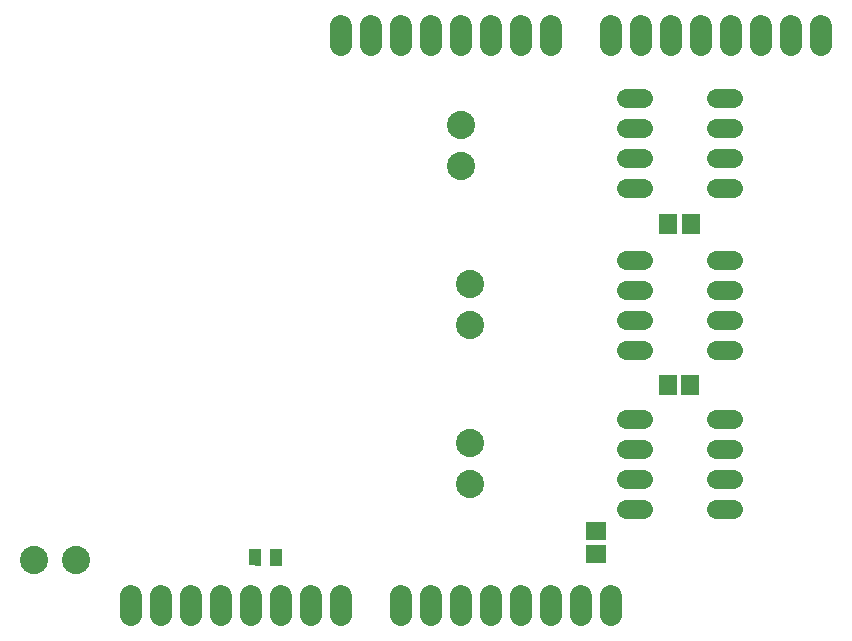
<source format=gts>
G75*
%MOIN*%
%OFA0B0*%
%FSLAX25Y25*%
%IPPOS*%
%LPD*%
%AMOC8*
5,1,8,0,0,1.08239X$1,22.5*
%
%ADD10R,0.03950X0.05524*%
%ADD11C,0.07200*%
%ADD12C,0.06400*%
%ADD13C,0.09400*%
%ADD14R,0.05918X0.06706*%
%ADD15R,0.06706X0.05918*%
D10*
G36*
X0104658Y0031755D02*
X0100710Y0031796D01*
X0100768Y0037319D01*
X0104716Y0037278D01*
X0104658Y0031755D01*
G37*
G36*
X0111744Y0031681D02*
X0107796Y0031722D01*
X0107854Y0037245D01*
X0111802Y0037204D01*
X0111744Y0031681D01*
G37*
D11*
X0111256Y0021700D02*
X0111256Y0015300D01*
X0121256Y0015300D02*
X0121256Y0021700D01*
X0131256Y0021700D02*
X0131256Y0015300D01*
X0151256Y0015300D02*
X0151256Y0021700D01*
X0161256Y0021700D02*
X0161256Y0015300D01*
X0171256Y0015300D02*
X0171256Y0021700D01*
X0181256Y0021700D02*
X0181256Y0015300D01*
X0191256Y0015300D02*
X0191256Y0021700D01*
X0201256Y0021700D02*
X0201256Y0015300D01*
X0211256Y0015300D02*
X0211256Y0021700D01*
X0221256Y0021700D02*
X0221256Y0015300D01*
X0101256Y0015300D02*
X0101256Y0021700D01*
X0091256Y0021700D02*
X0091256Y0015300D01*
X0081256Y0015300D02*
X0081256Y0021700D01*
X0071256Y0021700D02*
X0071256Y0015300D01*
X0061256Y0015300D02*
X0061256Y0021700D01*
X0131256Y0205300D02*
X0131256Y0211700D01*
X0141256Y0211700D02*
X0141256Y0205300D01*
X0151256Y0205300D02*
X0151256Y0211700D01*
X0161256Y0211700D02*
X0161256Y0205300D01*
X0171256Y0205300D02*
X0171256Y0211700D01*
X0181256Y0211700D02*
X0181256Y0205300D01*
X0191256Y0205300D02*
X0191256Y0211700D01*
X0201256Y0211700D02*
X0201256Y0205300D01*
X0221256Y0205300D02*
X0221256Y0211700D01*
X0231256Y0211700D02*
X0231256Y0205300D01*
X0241256Y0205300D02*
X0241256Y0211700D01*
X0251256Y0211700D02*
X0251256Y0205300D01*
X0261256Y0205300D02*
X0261256Y0211700D01*
X0271256Y0211700D02*
X0271256Y0205300D01*
X0281256Y0205300D02*
X0281256Y0211700D01*
X0291256Y0211700D02*
X0291256Y0205300D01*
D12*
X0262056Y0187500D02*
X0256456Y0187500D01*
X0256456Y0177500D02*
X0262056Y0177500D01*
X0262056Y0167500D02*
X0256456Y0167500D01*
X0256456Y0157500D02*
X0262056Y0157500D01*
X0262056Y0133500D02*
X0256456Y0133500D01*
X0256456Y0123500D02*
X0262056Y0123500D01*
X0262056Y0113500D02*
X0256456Y0113500D01*
X0256456Y0103500D02*
X0262056Y0103500D01*
X0262056Y0080500D02*
X0256456Y0080500D01*
X0256456Y0070500D02*
X0262056Y0070500D01*
X0262056Y0060500D02*
X0256456Y0060500D01*
X0256456Y0050500D02*
X0262056Y0050500D01*
X0232056Y0050500D02*
X0226456Y0050500D01*
X0226456Y0060500D02*
X0232056Y0060500D01*
X0232056Y0070500D02*
X0226456Y0070500D01*
X0226456Y0080500D02*
X0232056Y0080500D01*
X0232056Y0103500D02*
X0226456Y0103500D01*
X0226456Y0113500D02*
X0232056Y0113500D01*
X0232056Y0123500D02*
X0226456Y0123500D01*
X0226456Y0133500D02*
X0232056Y0133500D01*
X0232056Y0157500D02*
X0226456Y0157500D01*
X0226456Y0167500D02*
X0232056Y0167500D01*
X0232056Y0177500D02*
X0226456Y0177500D01*
X0226456Y0187500D02*
X0232056Y0187500D01*
D13*
X0029169Y0033500D03*
X0042949Y0033500D03*
X0174256Y0058807D03*
X0174256Y0072587D03*
X0174256Y0111807D03*
X0174256Y0125587D03*
X0171256Y0164807D03*
X0171256Y0178587D03*
D14*
X0240516Y0145500D03*
X0247996Y0145500D03*
X0247796Y0091900D03*
X0240316Y0091900D03*
D15*
X0216256Y0043240D03*
X0216256Y0035760D03*
M02*

</source>
